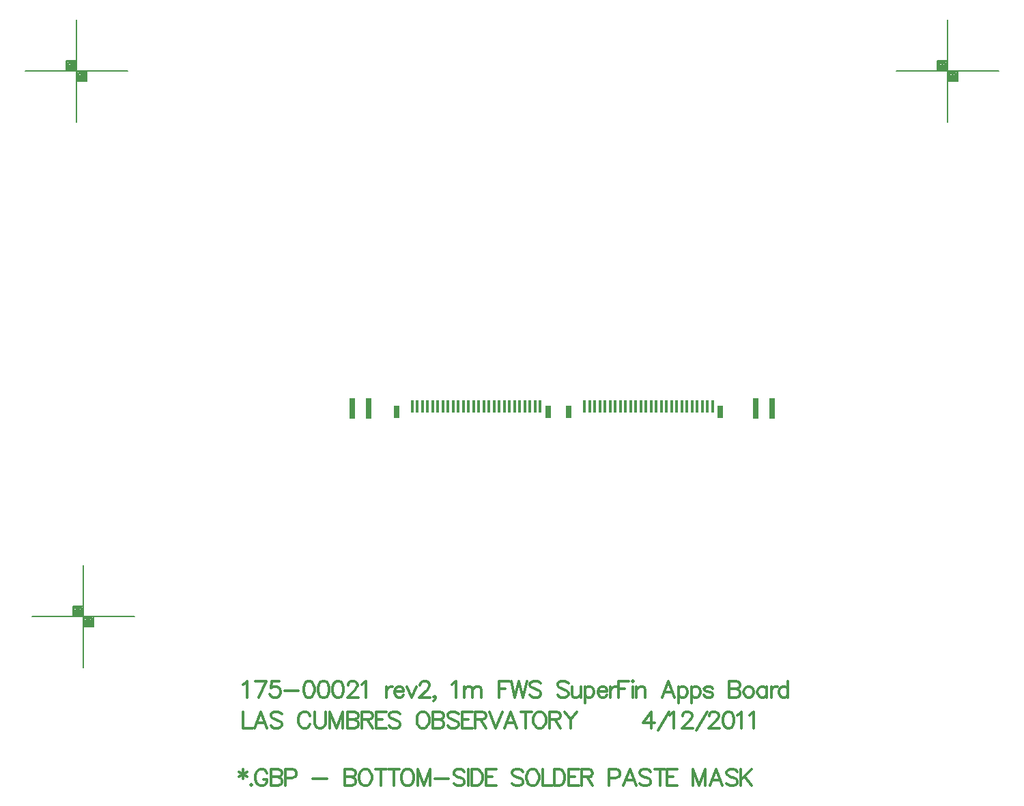
<source format=gbp>
%FSLAX23Y23*%
%MOIN*%
G70*
G01*
G75*
G04 Layer_Color=128*
%ADD10O,0.079X0.024*%
%ADD11R,0.017X0.045*%
%ADD12R,0.014X0.060*%
%ADD13R,0.030X0.100*%
%ADD14R,0.031X0.060*%
%ADD15R,0.022X0.085*%
%ADD16R,0.085X0.022*%
%ADD17R,0.039X0.059*%
%ADD18C,0.020*%
%ADD19C,0.050*%
%ADD20C,0.010*%
%ADD21C,0.025*%
%ADD22C,0.005*%
%ADD23C,0.006*%
%ADD24C,0.012*%
%ADD25C,0.008*%
%ADD26C,0.012*%
%ADD27C,0.012*%
%ADD28R,0.059X0.059*%
%ADD29C,0.059*%
%ADD30R,0.059X0.059*%
%ADD31C,0.047*%
%ADD32C,0.219*%
%ADD33C,0.050*%
%ADD34C,0.024*%
%ADD35C,0.010*%
%ADD36C,0.015*%
%ADD37C,0.008*%
%ADD38C,0.007*%
%ADD39C,0.007*%
%ADD40R,0.224X0.139*%
%ADD41O,0.087X0.032*%
%ADD42R,0.025X0.053*%
%ADD43R,0.022X0.068*%
%ADD44R,0.038X0.108*%
%ADD45R,0.039X0.068*%
%ADD46R,0.030X0.093*%
%ADD47R,0.093X0.030*%
%ADD48R,0.047X0.067*%
%ADD49R,0.067X0.067*%
%ADD50C,0.067*%
%ADD51R,0.067X0.067*%
%ADD52C,0.055*%
%ADD53C,0.227*%
%ADD54C,0.058*%
%ADD55C,0.032*%
%ADD56C,0.075*%
%ADD57C,0.087*%
%ADD58C,0.206*%
%ADD59R,1.037X0.274*%
D12*
X31983Y18603D02*
D03*
X32008D02*
D03*
X32033D02*
D03*
X32058D02*
D03*
X32083D02*
D03*
X32108D02*
D03*
X32133D02*
D03*
X32158D02*
D03*
X32183D02*
D03*
X32208D02*
D03*
X32233D02*
D03*
X32258D02*
D03*
X32283D02*
D03*
X32308D02*
D03*
X32333D02*
D03*
X32358D02*
D03*
X32383D02*
D03*
X32408D02*
D03*
X32433D02*
D03*
X32458D02*
D03*
X32483D02*
D03*
X32508D02*
D03*
X32533D02*
D03*
X32558D02*
D03*
X32583D02*
D03*
X32608D02*
D03*
X32824Y18602D02*
D03*
X32849D02*
D03*
X32874D02*
D03*
X32899D02*
D03*
X32924D02*
D03*
X32949D02*
D03*
X32974D02*
D03*
X32999D02*
D03*
X33024D02*
D03*
X33049D02*
D03*
X33074D02*
D03*
X33099D02*
D03*
X33124D02*
D03*
X33149D02*
D03*
X33174D02*
D03*
X33199D02*
D03*
X33224D02*
D03*
X33249D02*
D03*
X33274D02*
D03*
X33299D02*
D03*
X33324D02*
D03*
X33349D02*
D03*
X33374D02*
D03*
X33399D02*
D03*
X33424D02*
D03*
X33449D02*
D03*
D13*
X33740Y18593D02*
D03*
X33661D02*
D03*
X31770Y18593D02*
D03*
X31691D02*
D03*
D14*
X32646Y18575D02*
D03*
X31906D02*
D03*
X32746D02*
D03*
X33486D02*
D03*
D25*
X34567Y20268D02*
X34577D01*
X34567Y20263D02*
Y20273D01*
Y20263D02*
X34577D01*
Y20273D01*
X34567D02*
X34577D01*
X34562Y20258D02*
Y20273D01*
Y20258D02*
X34582D01*
Y20278D01*
X34562D02*
X34582D01*
X34557Y20253D02*
Y20278D01*
Y20253D02*
X34587D01*
Y20283D01*
X34557D02*
X34587D01*
X34552Y20248D02*
Y20288D01*
Y20248D02*
X34592D01*
Y20288D01*
X34552D02*
X34592D01*
X34617Y20218D02*
X34627D01*
X34617Y20213D02*
Y20223D01*
Y20213D02*
X34627D01*
Y20223D01*
X34617D02*
X34627D01*
X34612Y20208D02*
Y20223D01*
Y20208D02*
X34632D01*
Y20228D01*
X34612D02*
X34632D01*
X34607Y20203D02*
Y20228D01*
Y20203D02*
X34637D01*
Y20233D01*
X34607D02*
X34637D01*
X34602Y20198D02*
Y20238D01*
Y20198D02*
X34642D01*
Y20238D01*
X34602D02*
X34642D01*
X34597Y20193D02*
X34647D01*
Y20243D01*
X34547Y20293D02*
X34597D01*
X34547Y20243D02*
Y20293D01*
X34597Y19993D02*
Y20493D01*
X34347Y20243D02*
X34847D01*
X30346Y17600D02*
X30356D01*
X30346Y17595D02*
Y17605D01*
Y17595D02*
X30356D01*
Y17605D01*
X30346D02*
X30356D01*
X30341Y17590D02*
Y17605D01*
Y17590D02*
X30361D01*
Y17610D01*
X30341D02*
X30361D01*
X30336Y17585D02*
Y17610D01*
Y17585D02*
X30366D01*
Y17615D01*
X30336D02*
X30366D01*
X30331Y17580D02*
Y17620D01*
Y17580D02*
X30371D01*
Y17620D01*
X30331D02*
X30371D01*
X30396Y17550D02*
X30406D01*
X30396Y17545D02*
Y17555D01*
Y17545D02*
X30406D01*
Y17555D01*
X30396D02*
X30406D01*
X30391Y17540D02*
Y17555D01*
Y17540D02*
X30411D01*
Y17560D01*
X30391D02*
X30411D01*
X30386Y17535D02*
Y17560D01*
Y17535D02*
X30416D01*
Y17565D01*
X30386D02*
X30416D01*
X30381Y17530D02*
Y17570D01*
Y17530D02*
X30421D01*
Y17570D01*
X30381D02*
X30421D01*
X30376Y17525D02*
X30426D01*
Y17575D01*
X30326Y17625D02*
X30376D01*
X30326Y17575D02*
Y17625D01*
X30376Y17325D02*
Y17825D01*
X30126Y17575D02*
X30626D01*
X30313Y20268D02*
X30323D01*
X30313Y20263D02*
Y20273D01*
Y20263D02*
X30323D01*
Y20273D01*
X30313D02*
X30323D01*
X30308Y20258D02*
Y20273D01*
Y20258D02*
X30328D01*
Y20278D01*
X30308D02*
X30328D01*
X30303Y20253D02*
Y20278D01*
Y20253D02*
X30333D01*
Y20283D01*
X30303D02*
X30333D01*
X30298Y20248D02*
Y20288D01*
Y20248D02*
X30338D01*
Y20288D01*
X30298D02*
X30338D01*
X30363Y20218D02*
X30373D01*
X30363Y20213D02*
Y20223D01*
Y20213D02*
X30373D01*
Y20223D01*
X30363D02*
X30373D01*
X30358Y20208D02*
Y20223D01*
Y20208D02*
X30378D01*
Y20228D01*
X30358D02*
X30378D01*
X30353Y20203D02*
Y20228D01*
Y20203D02*
X30383D01*
Y20233D01*
X30353D02*
X30383D01*
X30348Y20198D02*
Y20238D01*
Y20198D02*
X30388D01*
Y20238D01*
X30348D02*
X30388D01*
X30343Y20193D02*
X30393D01*
Y20243D01*
X30293Y20293D02*
X30343D01*
X30293Y20243D02*
Y20293D01*
X30343Y19993D02*
Y20493D01*
X30093Y20243D02*
X30593D01*
D26*
X31158Y17109D02*
Y17029D01*
X31204D01*
X31274D02*
X31243Y17109D01*
X31213Y17029D01*
X31224Y17056D02*
X31262D01*
X31346Y17098D02*
X31338Y17106D01*
X31327Y17109D01*
X31311D01*
X31300Y17106D01*
X31292Y17098D01*
Y17090D01*
X31296Y17083D01*
X31300Y17079D01*
X31308Y17075D01*
X31330Y17067D01*
X31338Y17064D01*
X31342Y17060D01*
X31346Y17052D01*
Y17041D01*
X31338Y17033D01*
X31327Y17029D01*
X31311D01*
X31300Y17033D01*
X31292Y17041D01*
X31484Y17090D02*
X31480Y17098D01*
X31472Y17106D01*
X31465Y17109D01*
X31449D01*
X31442Y17106D01*
X31434Y17098D01*
X31430Y17090D01*
X31426Y17079D01*
Y17060D01*
X31430Y17048D01*
X31434Y17041D01*
X31442Y17033D01*
X31449Y17029D01*
X31465D01*
X31472Y17033D01*
X31480Y17041D01*
X31484Y17048D01*
X31506Y17109D02*
Y17052D01*
X31510Y17041D01*
X31517Y17033D01*
X31529Y17029D01*
X31536D01*
X31548Y17033D01*
X31556Y17041D01*
X31559Y17052D01*
Y17109D01*
X31581D02*
Y17029D01*
Y17109D02*
X31612Y17029D01*
X31642Y17109D02*
X31612Y17029D01*
X31642Y17109D02*
Y17029D01*
X31665Y17109D02*
Y17029D01*
Y17109D02*
X31700D01*
X31711Y17106D01*
X31715Y17102D01*
X31719Y17094D01*
Y17086D01*
X31715Y17079D01*
X31711Y17075D01*
X31700Y17071D01*
X31665D02*
X31700D01*
X31711Y17067D01*
X31715Y17064D01*
X31719Y17056D01*
Y17045D01*
X31715Y17037D01*
X31711Y17033D01*
X31700Y17029D01*
X31665D01*
X31736Y17109D02*
Y17029D01*
Y17109D02*
X31771D01*
X31782Y17106D01*
X31786Y17102D01*
X31790Y17094D01*
Y17086D01*
X31786Y17079D01*
X31782Y17075D01*
X31771Y17071D01*
X31736D01*
X31763D02*
X31790Y17029D01*
X31857Y17109D02*
X31808D01*
Y17029D01*
X31857D01*
X31808Y17071D02*
X31838D01*
X31924Y17098D02*
X31916Y17106D01*
X31905Y17109D01*
X31890D01*
X31878Y17106D01*
X31871Y17098D01*
Y17090D01*
X31874Y17083D01*
X31878Y17079D01*
X31886Y17075D01*
X31909Y17067D01*
X31916Y17064D01*
X31920Y17060D01*
X31924Y17052D01*
Y17041D01*
X31916Y17033D01*
X31905Y17029D01*
X31890D01*
X31878Y17033D01*
X31871Y17041D01*
X32027Y17109D02*
X32020Y17106D01*
X32012Y17098D01*
X32008Y17090D01*
X32005Y17079D01*
Y17060D01*
X32008Y17048D01*
X32012Y17041D01*
X32020Y17033D01*
X32027Y17029D01*
X32043D01*
X32050Y17033D01*
X32058Y17041D01*
X32062Y17048D01*
X32066Y17060D01*
Y17079D01*
X32062Y17090D01*
X32058Y17098D01*
X32050Y17106D01*
X32043Y17109D01*
X32027D01*
X32084D02*
Y17029D01*
Y17109D02*
X32118D01*
X32130Y17106D01*
X32134Y17102D01*
X32138Y17094D01*
Y17086D01*
X32134Y17079D01*
X32130Y17075D01*
X32118Y17071D01*
X32084D02*
X32118D01*
X32130Y17067D01*
X32134Y17064D01*
X32138Y17056D01*
Y17045D01*
X32134Y17037D01*
X32130Y17033D01*
X32118Y17029D01*
X32084D01*
X32209Y17098D02*
X32201Y17106D01*
X32190Y17109D01*
X32174D01*
X32163Y17106D01*
X32155Y17098D01*
Y17090D01*
X32159Y17083D01*
X32163Y17079D01*
X32171Y17075D01*
X32193Y17067D01*
X32201Y17064D01*
X32205Y17060D01*
X32209Y17052D01*
Y17041D01*
X32201Y17033D01*
X32190Y17029D01*
X32174D01*
X32163Y17033D01*
X32155Y17041D01*
X32276Y17109D02*
X32227D01*
Y17029D01*
X32276D01*
X32227Y17071D02*
X32257D01*
X32289Y17109D02*
Y17029D01*
Y17109D02*
X32324D01*
X32335Y17106D01*
X32339Y17102D01*
X32343Y17094D01*
Y17086D01*
X32339Y17079D01*
X32335Y17075D01*
X32324Y17071D01*
X32289D01*
X32316D02*
X32343Y17029D01*
X32361Y17109D02*
X32391Y17029D01*
X32422Y17109D02*
X32391Y17029D01*
X32493D02*
X32462Y17109D01*
X32432Y17029D01*
X32443Y17056D02*
X32481D01*
X32538Y17109D02*
Y17029D01*
X32512Y17109D02*
X32565D01*
X32597D02*
X32590Y17106D01*
X32582Y17098D01*
X32578Y17090D01*
X32574Y17079D01*
Y17060D01*
X32578Y17048D01*
X32582Y17041D01*
X32590Y17033D01*
X32597Y17029D01*
X32612D01*
X32620Y17033D01*
X32628Y17041D01*
X32632Y17048D01*
X32635Y17060D01*
Y17079D01*
X32632Y17090D01*
X32628Y17098D01*
X32620Y17106D01*
X32612Y17109D01*
X32597D01*
X32654D02*
Y17029D01*
Y17109D02*
X32688D01*
X32700Y17106D01*
X32703Y17102D01*
X32707Y17094D01*
Y17086D01*
X32703Y17079D01*
X32700Y17075D01*
X32688Y17071D01*
X32654D01*
X32681D02*
X32707Y17029D01*
X32725Y17109D02*
X32756Y17071D01*
Y17029D01*
X32786Y17109D02*
X32756Y17071D01*
X33149Y17109D02*
X33111Y17056D01*
X33168D01*
X33149Y17109D02*
Y17029D01*
X33182Y17018D02*
X33235Y17109D01*
X33241Y17094D02*
X33248Y17098D01*
X33260Y17109D01*
Y17029D01*
X33303Y17090D02*
Y17094D01*
X33307Y17102D01*
X33311Y17106D01*
X33318Y17109D01*
X33333D01*
X33341Y17106D01*
X33345Y17102D01*
X33349Y17094D01*
Y17086D01*
X33345Y17079D01*
X33337Y17067D01*
X33299Y17029D01*
X33352D01*
X33370Y17018D02*
X33424Y17109D01*
X33433Y17090D02*
Y17094D01*
X33437Y17102D01*
X33440Y17106D01*
X33448Y17109D01*
X33463D01*
X33471Y17106D01*
X33475Y17102D01*
X33479Y17094D01*
Y17086D01*
X33475Y17079D01*
X33467Y17067D01*
X33429Y17029D01*
X33482D01*
X33523Y17109D02*
X33512Y17106D01*
X33504Y17094D01*
X33500Y17075D01*
Y17064D01*
X33504Y17045D01*
X33512Y17033D01*
X33523Y17029D01*
X33531D01*
X33542Y17033D01*
X33550Y17045D01*
X33554Y17064D01*
Y17075D01*
X33550Y17094D01*
X33542Y17106D01*
X33531Y17109D01*
X33523D01*
X33571Y17094D02*
X33579Y17098D01*
X33591Y17109D01*
Y17029D01*
X33630Y17094D02*
X33638Y17098D01*
X33649Y17109D01*
Y17029D01*
D27*
X31156Y16829D02*
Y16783D01*
X31137Y16817D02*
X31175Y16794D01*
Y16817D02*
X31137Y16794D01*
X31196Y16756D02*
X31192Y16753D01*
X31196Y16749D01*
X31199Y16753D01*
X31196Y16756D01*
X31274Y16810D02*
X31270Y16817D01*
X31263Y16825D01*
X31255Y16829D01*
X31240D01*
X31232Y16825D01*
X31224Y16817D01*
X31221Y16810D01*
X31217Y16798D01*
Y16779D01*
X31221Y16768D01*
X31224Y16760D01*
X31232Y16753D01*
X31240Y16749D01*
X31255D01*
X31263Y16753D01*
X31270Y16760D01*
X31274Y16768D01*
Y16779D01*
X31255D02*
X31274D01*
X31292Y16829D02*
Y16749D01*
Y16829D02*
X31327D01*
X31338Y16825D01*
X31342Y16821D01*
X31346Y16814D01*
Y16806D01*
X31342Y16798D01*
X31338Y16794D01*
X31327Y16791D01*
X31292D02*
X31327D01*
X31338Y16787D01*
X31342Y16783D01*
X31346Y16775D01*
Y16764D01*
X31342Y16756D01*
X31338Y16753D01*
X31327Y16749D01*
X31292D01*
X31363Y16787D02*
X31398D01*
X31409Y16791D01*
X31413Y16794D01*
X31417Y16802D01*
Y16814D01*
X31413Y16821D01*
X31409Y16825D01*
X31398Y16829D01*
X31363D01*
Y16749D01*
X31498Y16783D02*
X31566D01*
X31653Y16829D02*
Y16749D01*
Y16829D02*
X31687D01*
X31698Y16825D01*
X31702Y16821D01*
X31706Y16814D01*
Y16806D01*
X31702Y16798D01*
X31698Y16794D01*
X31687Y16791D01*
X31653D02*
X31687D01*
X31698Y16787D01*
X31702Y16783D01*
X31706Y16775D01*
Y16764D01*
X31702Y16756D01*
X31698Y16753D01*
X31687Y16749D01*
X31653D01*
X31747Y16829D02*
X31739Y16825D01*
X31731Y16817D01*
X31728Y16810D01*
X31724Y16798D01*
Y16779D01*
X31728Y16768D01*
X31731Y16760D01*
X31739Y16753D01*
X31747Y16749D01*
X31762D01*
X31769Y16753D01*
X31777Y16760D01*
X31781Y16768D01*
X31785Y16779D01*
Y16798D01*
X31781Y16810D01*
X31777Y16817D01*
X31769Y16825D01*
X31762Y16829D01*
X31747D01*
X31830D02*
Y16749D01*
X31803Y16829D02*
X31857D01*
X31893D02*
Y16749D01*
X31866Y16829D02*
X31920D01*
X31952D02*
X31944Y16825D01*
X31937Y16817D01*
X31933Y16810D01*
X31929Y16798D01*
Y16779D01*
X31933Y16768D01*
X31937Y16760D01*
X31944Y16753D01*
X31952Y16749D01*
X31967D01*
X31975Y16753D01*
X31982Y16760D01*
X31986Y16768D01*
X31990Y16779D01*
Y16798D01*
X31986Y16810D01*
X31982Y16817D01*
X31975Y16825D01*
X31967Y16829D01*
X31952D01*
X32009D02*
Y16749D01*
Y16829D02*
X32039Y16749D01*
X32070Y16829D02*
X32039Y16749D01*
X32070Y16829D02*
Y16749D01*
X32092Y16783D02*
X32161D01*
X32238Y16817D02*
X32230Y16825D01*
X32219Y16829D01*
X32204D01*
X32192Y16825D01*
X32185Y16817D01*
Y16810D01*
X32188Y16802D01*
X32192Y16798D01*
X32200Y16794D01*
X32223Y16787D01*
X32230Y16783D01*
X32234Y16779D01*
X32238Y16772D01*
Y16760D01*
X32230Y16753D01*
X32219Y16749D01*
X32204D01*
X32192Y16753D01*
X32185Y16760D01*
X32256Y16829D02*
Y16749D01*
X32273Y16829D02*
Y16749D01*
Y16829D02*
X32299D01*
X32311Y16825D01*
X32318Y16817D01*
X32322Y16810D01*
X32326Y16798D01*
Y16779D01*
X32322Y16768D01*
X32318Y16760D01*
X32311Y16753D01*
X32299Y16749D01*
X32273D01*
X32393Y16829D02*
X32344D01*
Y16749D01*
X32393D01*
X32344Y16791D02*
X32374D01*
X32523Y16817D02*
X32515Y16825D01*
X32504Y16829D01*
X32489D01*
X32477Y16825D01*
X32470Y16817D01*
Y16810D01*
X32473Y16802D01*
X32477Y16798D01*
X32485Y16794D01*
X32508Y16787D01*
X32515Y16783D01*
X32519Y16779D01*
X32523Y16772D01*
Y16760D01*
X32515Y16753D01*
X32504Y16749D01*
X32489D01*
X32477Y16753D01*
X32470Y16760D01*
X32564Y16829D02*
X32556Y16825D01*
X32548Y16817D01*
X32545Y16810D01*
X32541Y16798D01*
Y16779D01*
X32545Y16768D01*
X32548Y16760D01*
X32556Y16753D01*
X32564Y16749D01*
X32579D01*
X32586Y16753D01*
X32594Y16760D01*
X32598Y16768D01*
X32602Y16779D01*
Y16798D01*
X32598Y16810D01*
X32594Y16817D01*
X32586Y16825D01*
X32579Y16829D01*
X32564D01*
X32620D02*
Y16749D01*
X32666D01*
X32675Y16829D02*
Y16749D01*
Y16829D02*
X32701D01*
X32713Y16825D01*
X32721Y16817D01*
X32724Y16810D01*
X32728Y16798D01*
Y16779D01*
X32724Y16768D01*
X32721Y16760D01*
X32713Y16753D01*
X32701Y16749D01*
X32675D01*
X32796Y16829D02*
X32746D01*
Y16749D01*
X32796D01*
X32746Y16791D02*
X32777D01*
X32809Y16829D02*
Y16749D01*
Y16829D02*
X32843D01*
X32855Y16825D01*
X32858Y16821D01*
X32862Y16814D01*
Y16806D01*
X32858Y16798D01*
X32855Y16794D01*
X32843Y16791D01*
X32809D01*
X32836D02*
X32862Y16749D01*
X32943Y16787D02*
X32977D01*
X32989Y16791D01*
X32992Y16794D01*
X32996Y16802D01*
Y16814D01*
X32992Y16821D01*
X32989Y16825D01*
X32977Y16829D01*
X32943D01*
Y16749D01*
X33075D02*
X33045Y16829D01*
X33014Y16749D01*
X33026Y16775D02*
X33064D01*
X33147Y16817D02*
X33139Y16825D01*
X33128Y16829D01*
X33113D01*
X33101Y16825D01*
X33094Y16817D01*
Y16810D01*
X33098Y16802D01*
X33101Y16798D01*
X33109Y16794D01*
X33132Y16787D01*
X33139Y16783D01*
X33143Y16779D01*
X33147Y16772D01*
Y16760D01*
X33139Y16753D01*
X33128Y16749D01*
X33113D01*
X33101Y16753D01*
X33094Y16760D01*
X33192Y16829D02*
Y16749D01*
X33165Y16829D02*
X33218D01*
X33277D02*
X33228D01*
Y16749D01*
X33277D01*
X33228Y16791D02*
X33258D01*
X33354Y16829D02*
Y16749D01*
Y16829D02*
X33384Y16749D01*
X33414Y16829D02*
X33384Y16749D01*
X33414Y16829D02*
Y16749D01*
X33498D02*
X33468Y16829D01*
X33437Y16749D01*
X33449Y16775D02*
X33487D01*
X33570Y16817D02*
X33563Y16825D01*
X33551Y16829D01*
X33536D01*
X33525Y16825D01*
X33517Y16817D01*
Y16810D01*
X33521Y16802D01*
X33525Y16798D01*
X33532Y16794D01*
X33555Y16787D01*
X33563Y16783D01*
X33566Y16779D01*
X33570Y16772D01*
Y16760D01*
X33563Y16753D01*
X33551Y16749D01*
X33536D01*
X33525Y16753D01*
X33517Y16760D01*
X33588Y16829D02*
Y16749D01*
X33641Y16829D02*
X33588Y16775D01*
X33607Y16794D02*
X33641Y16749D01*
X31158Y17244D02*
X31166Y17248D01*
X31177Y17259D01*
Y17179D01*
X31270Y17259D02*
X31232Y17179D01*
X31217Y17259D02*
X31270D01*
X31334D02*
X31296D01*
X31292Y17225D01*
X31296Y17229D01*
X31307Y17233D01*
X31319D01*
X31330Y17229D01*
X31338Y17221D01*
X31341Y17210D01*
Y17202D01*
X31338Y17191D01*
X31330Y17183D01*
X31319Y17179D01*
X31307D01*
X31296Y17183D01*
X31292Y17187D01*
X31288Y17195D01*
X31359Y17214D02*
X31428D01*
X31474Y17259D02*
X31463Y17256D01*
X31455Y17244D01*
X31452Y17225D01*
Y17214D01*
X31455Y17195D01*
X31463Y17183D01*
X31474Y17179D01*
X31482D01*
X31493Y17183D01*
X31501Y17195D01*
X31505Y17214D01*
Y17225D01*
X31501Y17244D01*
X31493Y17256D01*
X31482Y17259D01*
X31474D01*
X31546D02*
X31534Y17256D01*
X31527Y17244D01*
X31523Y17225D01*
Y17214D01*
X31527Y17195D01*
X31534Y17183D01*
X31546Y17179D01*
X31553D01*
X31565Y17183D01*
X31572Y17195D01*
X31576Y17214D01*
Y17225D01*
X31572Y17244D01*
X31565Y17256D01*
X31553Y17259D01*
X31546D01*
X31617D02*
X31605Y17256D01*
X31598Y17244D01*
X31594Y17225D01*
Y17214D01*
X31598Y17195D01*
X31605Y17183D01*
X31617Y17179D01*
X31624D01*
X31636Y17183D01*
X31644Y17195D01*
X31647Y17214D01*
Y17225D01*
X31644Y17244D01*
X31636Y17256D01*
X31624Y17259D01*
X31617D01*
X31669Y17240D02*
Y17244D01*
X31673Y17252D01*
X31677Y17256D01*
X31684Y17259D01*
X31700D01*
X31707Y17256D01*
X31711Y17252D01*
X31715Y17244D01*
Y17237D01*
X31711Y17229D01*
X31703Y17217D01*
X31665Y17179D01*
X31719D01*
X31736Y17244D02*
X31744Y17248D01*
X31755Y17259D01*
Y17179D01*
X31858Y17233D02*
Y17179D01*
Y17210D02*
X31862Y17221D01*
X31869Y17229D01*
X31877Y17233D01*
X31888D01*
X31896Y17210D02*
X31941D01*
Y17217D01*
X31938Y17225D01*
X31934Y17229D01*
X31926Y17233D01*
X31915D01*
X31907Y17229D01*
X31899Y17221D01*
X31896Y17210D01*
Y17202D01*
X31899Y17191D01*
X31907Y17183D01*
X31915Y17179D01*
X31926D01*
X31934Y17183D01*
X31941Y17191D01*
X31958Y17233D02*
X31981Y17179D01*
X32004Y17233D02*
X31981Y17179D01*
X32021Y17240D02*
Y17244D01*
X32025Y17252D01*
X32029Y17256D01*
X32036Y17259D01*
X32051D01*
X32059Y17256D01*
X32063Y17252D01*
X32067Y17244D01*
Y17237D01*
X32063Y17229D01*
X32055Y17217D01*
X32017Y17179D01*
X32070D01*
X32096Y17183D02*
X32092Y17179D01*
X32088Y17183D01*
X32092Y17187D01*
X32096Y17183D01*
Y17176D01*
X32092Y17168D01*
X32088Y17164D01*
X32176Y17244D02*
X32184Y17248D01*
X32195Y17259D01*
Y17179D01*
X32235Y17233D02*
Y17179D01*
Y17217D02*
X32246Y17229D01*
X32254Y17233D01*
X32265D01*
X32273Y17229D01*
X32277Y17217D01*
Y17179D01*
Y17217D02*
X32288Y17229D01*
X32296Y17233D01*
X32307D01*
X32315Y17229D01*
X32319Y17217D01*
Y17179D01*
X32407Y17259D02*
Y17179D01*
Y17259D02*
X32456D01*
X32407Y17221D02*
X32437D01*
X32465Y17259D02*
X32484Y17179D01*
X32504Y17259D02*
X32484Y17179D01*
X32504Y17259D02*
X32523Y17179D01*
X32542Y17259D02*
X32523Y17179D01*
X32611Y17248D02*
X32603Y17256D01*
X32592Y17259D01*
X32577D01*
X32565Y17256D01*
X32558Y17248D01*
Y17240D01*
X32561Y17233D01*
X32565Y17229D01*
X32573Y17225D01*
X32596Y17217D01*
X32603Y17214D01*
X32607Y17210D01*
X32611Y17202D01*
Y17191D01*
X32603Y17183D01*
X32592Y17179D01*
X32577D01*
X32565Y17183D01*
X32558Y17191D01*
X32745Y17248D02*
X32737Y17256D01*
X32726Y17259D01*
X32711D01*
X32699Y17256D01*
X32692Y17248D01*
Y17240D01*
X32695Y17233D01*
X32699Y17229D01*
X32707Y17225D01*
X32730Y17217D01*
X32737Y17214D01*
X32741Y17210D01*
X32745Y17202D01*
Y17191D01*
X32737Y17183D01*
X32726Y17179D01*
X32711D01*
X32699Y17183D01*
X32692Y17191D01*
X32763Y17233D02*
Y17195D01*
X32767Y17183D01*
X32774Y17179D01*
X32786D01*
X32793Y17183D01*
X32805Y17195D01*
Y17233D02*
Y17179D01*
X32826Y17233D02*
Y17153D01*
Y17221D02*
X32833Y17229D01*
X32841Y17233D01*
X32852D01*
X32860Y17229D01*
X32868Y17221D01*
X32871Y17210D01*
Y17202D01*
X32868Y17191D01*
X32860Y17183D01*
X32852Y17179D01*
X32841D01*
X32833Y17183D01*
X32826Y17191D01*
X32889Y17210D02*
X32934D01*
Y17217D01*
X32930Y17225D01*
X32927Y17229D01*
X32919Y17233D01*
X32908D01*
X32900Y17229D01*
X32892Y17221D01*
X32889Y17210D01*
Y17202D01*
X32892Y17191D01*
X32900Y17183D01*
X32908Y17179D01*
X32919D01*
X32927Y17183D01*
X32934Y17191D01*
X32951Y17233D02*
Y17179D01*
Y17210D02*
X32955Y17221D01*
X32963Y17229D01*
X32970Y17233D01*
X32982D01*
X32989Y17259D02*
Y17179D01*
Y17259D02*
X33039D01*
X32989Y17221D02*
X33020D01*
X33055Y17259D02*
X33059Y17256D01*
X33063Y17259D01*
X33059Y17263D01*
X33055Y17259D01*
X33059Y17233D02*
Y17179D01*
X33077Y17233D02*
Y17179D01*
Y17217D02*
X33089Y17229D01*
X33096Y17233D01*
X33108D01*
X33115Y17229D01*
X33119Y17217D01*
Y17179D01*
X33264D02*
X33233Y17259D01*
X33203Y17179D01*
X33214Y17206D02*
X33252D01*
X33282Y17233D02*
Y17153D01*
Y17221D02*
X33290Y17229D01*
X33298Y17233D01*
X33309D01*
X33317Y17229D01*
X33324Y17221D01*
X33328Y17210D01*
Y17202D01*
X33324Y17191D01*
X33317Y17183D01*
X33309Y17179D01*
X33298D01*
X33290Y17183D01*
X33282Y17191D01*
X33345Y17233D02*
Y17153D01*
Y17221D02*
X33353Y17229D01*
X33360Y17233D01*
X33372D01*
X33380Y17229D01*
X33387Y17221D01*
X33391Y17210D01*
Y17202D01*
X33387Y17191D01*
X33380Y17183D01*
X33372Y17179D01*
X33360D01*
X33353Y17183D01*
X33345Y17191D01*
X33450Y17221D02*
X33446Y17229D01*
X33435Y17233D01*
X33423D01*
X33412Y17229D01*
X33408Y17221D01*
X33412Y17214D01*
X33420Y17210D01*
X33439Y17206D01*
X33446Y17202D01*
X33450Y17195D01*
Y17191D01*
X33446Y17183D01*
X33435Y17179D01*
X33423D01*
X33412Y17183D01*
X33408Y17191D01*
X33530Y17259D02*
Y17179D01*
Y17259D02*
X33564D01*
X33575Y17256D01*
X33579Y17252D01*
X33583Y17244D01*
Y17237D01*
X33579Y17229D01*
X33575Y17225D01*
X33564Y17221D01*
X33530D02*
X33564D01*
X33575Y17217D01*
X33579Y17214D01*
X33583Y17206D01*
Y17195D01*
X33579Y17187D01*
X33575Y17183D01*
X33564Y17179D01*
X33530D01*
X33620Y17233D02*
X33612Y17229D01*
X33605Y17221D01*
X33601Y17210D01*
Y17202D01*
X33605Y17191D01*
X33612Y17183D01*
X33620Y17179D01*
X33631D01*
X33639Y17183D01*
X33647Y17191D01*
X33650Y17202D01*
Y17210D01*
X33647Y17221D01*
X33639Y17229D01*
X33631Y17233D01*
X33620D01*
X33714D02*
Y17179D01*
Y17221D02*
X33706Y17229D01*
X33698Y17233D01*
X33687D01*
X33679Y17229D01*
X33672Y17221D01*
X33668Y17210D01*
Y17202D01*
X33672Y17191D01*
X33679Y17183D01*
X33687Y17179D01*
X33698D01*
X33706Y17183D01*
X33714Y17191D01*
X33735Y17233D02*
Y17179D01*
Y17210D02*
X33739Y17221D01*
X33746Y17229D01*
X33754Y17233D01*
X33765D01*
X33818Y17259D02*
Y17179D01*
Y17221D02*
X33811Y17229D01*
X33803Y17233D01*
X33792D01*
X33784Y17229D01*
X33776Y17221D01*
X33773Y17210D01*
Y17202D01*
X33776Y17191D01*
X33784Y17183D01*
X33792Y17179D01*
X33803D01*
X33811Y17183D01*
X33818Y17191D01*
M02*

</source>
